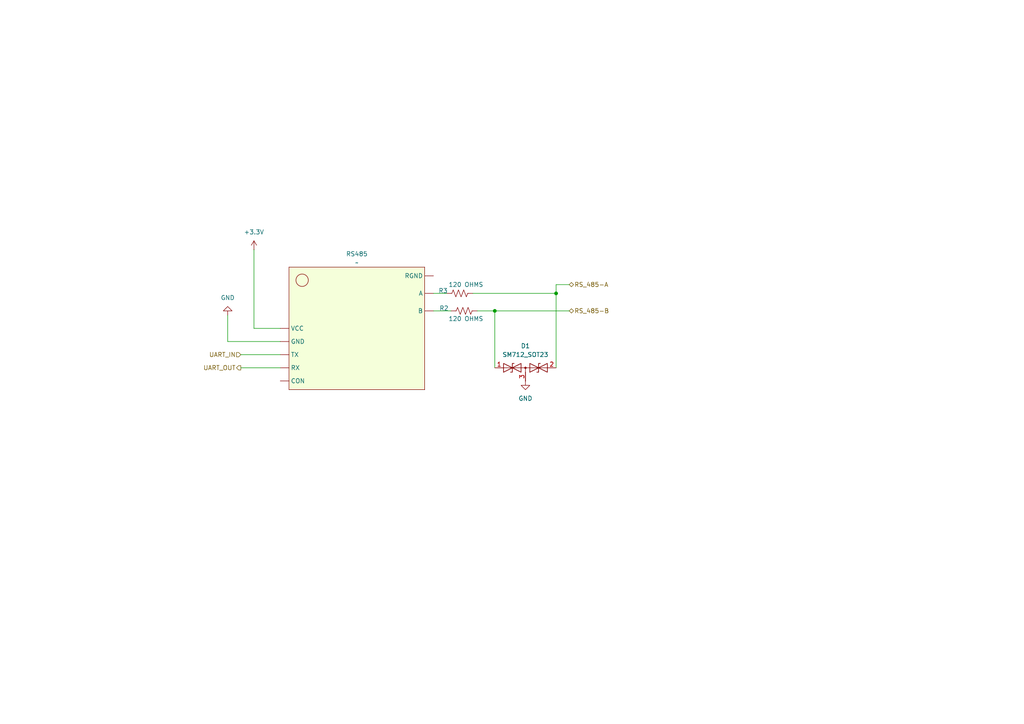
<source format=kicad_sch>
(kicad_sch (version 20250114) (generator "eeschema") (generator_version "9.0")
  (paper "A4")
  (lib_symbols
    (symbol "Device:R_US" (pin_numbers (hide yes)) (pin_names (offset 0))
      (property "Reference" "R" (at 2.54 0 90))
      (property "Value" "R_US" (at -2.54 0 90))
      (symbol "R_US_0_1"
        (polyline (pts (xy 0 2.286) (xy 0 2.54)))
        (polyline (pts (xy 0 2.286) (xy 1.016 1.905) (xy 0 1.524) (xy -1.016 1.143) (xy 0 0.762)))
        (polyline (pts (xy 0 0.762) (xy 1.016 0.381) (xy 0 0) (xy -1.016 -0.381) (xy 0 -0.762)))
        (polyline (pts (xy 0 -0.762) (xy 1.016 -1.143) (xy 0 -1.524) (xy -1.016 -1.905) (xy 0 -2.286)))
        (polyline (pts (xy 0 -2.286) (xy 0 -2.54)))
      )
      (symbol "R_US_1_1"
        (pin passive line (at 0 3.81 270) (length 1.27) (name "~") (number "1"))
        (pin passive line (at 0 -3.81 90) (length 1.27) (name "~") (number "2"))
      )
    )
    (symbol "Diode:SM712_SOT23" (pin_names (offset 1.016) (hide yes))
      (property "Reference" "D" (at 0 4.445 0))
      (property "Value" "SM712_SOT23" (at 0 2.54 0))
      (symbol "SM712_SOT23_0_0"
        (polyline (pts (xy 0 -1.27) (xy 0 0)))
      )
      (symbol "SM712_SOT23_0_1"
        (polyline (pts (xy -6.35 0) (xy 6.35 0)))
        (polyline (pts (xy -6.35 -1.27) (xy -1.27 1.27) (xy -1.27 -1.27) (xy -6.35 1.27) (xy -6.35 -1.27)) (stroke (width 0.2032)))
        (polyline (pts (xy -3.302 1.27) (xy -3.81 1.27) (xy -3.81 -1.27) (xy -4.318 -1.27)) (stroke (width 0.2032)))
        (circle (center 0 0) (radius 0.254) (fill (type outline)))
        (polyline (pts (xy 1.27 -1.27) (xy 1.27 1.27) (xy 6.35 -1.27) (xy 6.35 1.27) (xy 1.27 -1.27)) (stroke (width 0.2032)))
        (polyline (pts (xy 4.318 1.27) (xy 3.81 1.27) (xy 3.81 -1.27) (xy 3.302 -1.27)) (stroke (width 0.2032)))
      )
      (symbol "SM712_SOT23_1_1"
        (pin passive line (at -8.89 0 0) (length 2.54) (name "A1") (number "1"))
        (pin input line (at 0 -3.81 90) (length 2.54) (name "common") (number "3"))
        (pin passive line (at 8.89 0 180) (length 2.54) (name "A2") (number "2"))
      )
    )
    (symbol "SIMBOLOS RJ:_1"
      (property "Reference" "." (at 0 0 0))
      (symbol "_1_0_1"
        (circle (center 3.81 31.75) (radius 1.7961))
      )
      (symbol "_1_1_1"
        (rectangle (start 0 35.56) (end 39.37 0) (fill (type color) (color 245 255 218 1)))
        (pin input line (at -2.54 17.78 0) (length 2.54) (name "VCC") (number ""))
        (pin input line (at -2.54 13.97 0) (length 2.54) (name "GND") (number ""))
        (pin input line (at -2.54 10.16 0) (length 2.54) (name "TX") (number ""))
        (pin input line (at -2.54 6.35 0) (length 2.54) (name "RX") (number ""))
        (pin input line (at -2.54 2.54 0) (length 2.54) (name "CON") (number ""))
        (pin input line (at 41.91 33.02 180) (length 2.54) (name "RGND") (number ""))
        (pin input line (at 41.91 27.94 180) (length 2.54) (name "A") (number ""))
        (pin input line (at 41.91 22.86 180) (length 2.54) (name "B") (number ""))
      )
    )
    (symbol "power:+3.3V" (power) (pin_numbers (hide yes)) (pin_names (offset 0) (hide yes))
      (property "Value" "+3.3V" (at 0 3.556 0))
      (symbol "+3.3V_0_1"
        (polyline (pts (xy -0.762 1.27) (xy 0 2.54)))
        (polyline (pts (xy 0 2.54) (xy 0.762 1.27)))
        (polyline (pts (xy 0 0) (xy 0 2.54)))
      )
      (symbol "+3.3V_1_1"
        (pin power_in line (at 0 0 90) (length 0) (name "~") (number "1"))
      )
    )
    (symbol "power:GND" (power) (pin_numbers (hide yes)) (pin_names (offset 0) (hide yes))
      (property "Value" "GND" (at 0 -3.81 0))
      (symbol "GND_0_1"
        (polyline (pts (xy 0 0) (xy 0 -1.27) (xy 1.27 -1.27) (xy 0 -2.54) (xy -1.27 -1.27) (xy 0 -1.27)))
      )
      (symbol "GND_1_1"
        (pin power_in line (at 0 0 270) (length 0) (name "~") (number "1"))
      )
    )
  )
  (junction (at 161.29 85.09))
  (junction (at 143.51 90.17))
  (wire (pts (xy 137.16 85.09) (xy 161.29 85.09)))
  (wire (pts (xy 161.29 85.09) (xy 161.29 106.68)))
  (wire (pts (xy 125.73 85.09) (xy 129.54 85.09)))
  (wire (pts (xy 81.28 99.06) (xy 66.04 99.06)))
  (wire (pts (xy 73.66 72.39) (xy 73.66 95.25)))
  (wire (pts (xy 138.43 90.17) (xy 143.51 90.17)))
  (wire (pts (xy 143.51 90.17) (xy 165.1 90.17)))
  (wire (pts (xy 125.73 90.17) (xy 130.81 90.17)))
  (wire (pts (xy 161.29 82.55) (xy 161.29 85.09)))
  (wire (pts (xy 69.85 102.87) (xy 81.28 102.87)))
  (wire (pts (xy 161.29 82.55) (xy 165.1 82.55)))
  (wire (pts (xy 73.66 95.25) (xy 81.28 95.25)))
  (wire (pts (xy 143.51 90.17) (xy 143.51 106.68)))
  (wire (pts (xy 69.85 106.68) (xy 81.28 106.68)))
  (wire (pts (xy 66.04 99.06) (xy 66.04 91.44)))
  (hierarchical_label "UART_OUT" (shape output) (at 69.85 106.68 180))
  (hierarchical_label "RS_485-B" (shape bidirectional) (at 165.1 90.17 0))
  (hierarchical_label "UART_IN" (shape input) (at 69.85 102.87 180))
  (hierarchical_label "RS_485-A" (shape bidirectional) (at 165.1 82.55 0))
  (symbol (lib_id "power:GND") (at 152.4 110.49 0) (unit 1)
    (property "Reference" "#PWR015" (effects (hide yes)))
    (property "Value" "GND" (at 152.4 115.57 0))
    (property "Description" "Power symbol creates a global label with name \"GND\" , ground" (effects (hide yes)))
  )
  (symbol (lib_id "SIMBOLOS RJ:_1") (at 83.82 113.03 0) (unit 1)
    (property "Reference" "RS485" (at 103.505 73.66 0))
    (property "Value" "~" (at 103.505 76.2 0))
    (property "Footprint" "Library:RS_DEVO" (effects (hide yes)))
  )
  (symbol (lib_id "power:+3.3V") (at 73.66 72.39 0) (unit 1)
    (property "Reference" "#PWR013" (effects (hide yes)))
    (property "Value" "+3.3V" (at 73.66 67.31 0))
    (property "Description" "Power symbol creates a global label with name \"+3.3V\"" (effects (hide yes)))
  )
  (symbol (lib_id "Device:R_US") (at 133.35 85.09 90) (unit 1)
    (property "Reference" "R3" (at 128.524 84.328 90))
    (property "Value" "120 OHMS" (at 135.128 82.55 90))
    (property "Footprint" "PCM_4ms_Resistor:R_0603" (effects (hide yes)))
    (property "Description" "Resistor, US symbol" (effects (hide yes)))
  )
  (symbol (lib_id "power:GND") (at 66.04 91.44 180) (unit 1)
    (property "Reference" "#PWR014" (effects (hide yes)))
    (property "Value" "GND" (at 66.04 86.36 0))
    (property "Description" "Power symbol creates a global label with name \"GND\" , ground" (effects (hide yes)))
  )
  (symbol (lib_id "Device:R_US") (at 134.62 90.17 90) (unit 1)
    (property "Reference" "R2" (at 128.778 89.408 90))
    (property "Value" "120 OHMS" (at 135.128 92.456 90))
    (property "Footprint" "PCM_4ms_Resistor:R_0603" (effects (hide yes)))
    (property "Description" "Resistor, US symbol" (effects (hide yes)))
  )
  (symbol (lib_id "Diode:SM712_SOT23") (at 152.4 106.68 0) (unit 1)
    (property "Reference" "D1" (at 152.4 100.33 0))
    (property "Value" "SM712_SOT23" (at 152.4 102.87 0))
    (property "Footprint" "Package_TO_SOT_SMD:SOT-23" (effects (hide yes)))
    (property "Datasheet" "https://www.littelfuse.com/~/media/electronics/datasheets/tvs_diode_arrays/littelfuse_tvs_diode_array_sm712_datasheet.pdf.pdf" (effects (hide yes)))
    (property "Description" "7V/12V, 600W Asymmetrical TVS Diode Array, SOT-23" (effects (hide yes)))
  )
)
</source>
